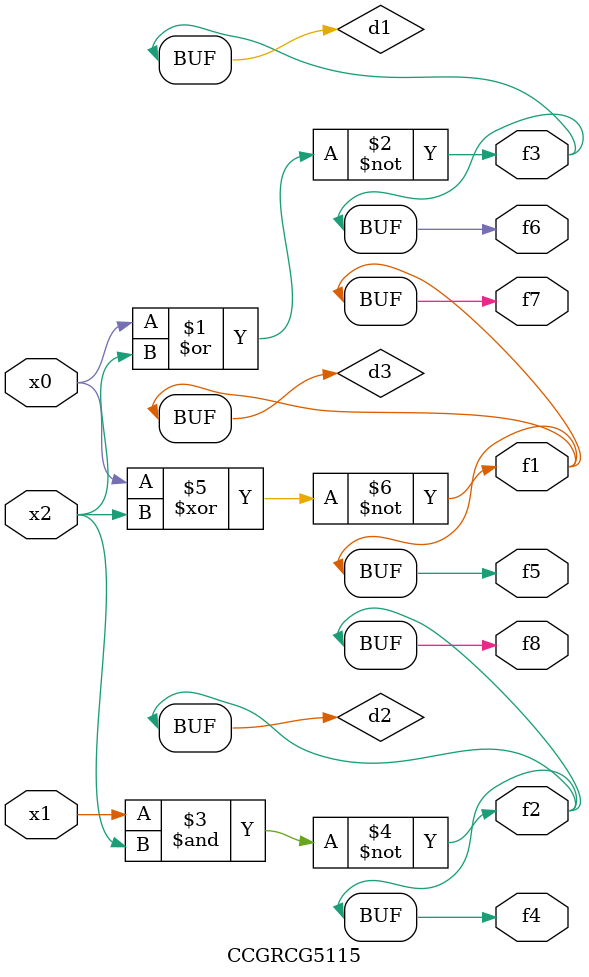
<source format=v>
module CCGRCG5115(
	input x0, x1, x2,
	output f1, f2, f3, f4, f5, f6, f7, f8
);

	wire d1, d2, d3;

	nor (d1, x0, x2);
	nand (d2, x1, x2);
	xnor (d3, x0, x2);
	assign f1 = d3;
	assign f2 = d2;
	assign f3 = d1;
	assign f4 = d2;
	assign f5 = d3;
	assign f6 = d1;
	assign f7 = d3;
	assign f8 = d2;
endmodule

</source>
